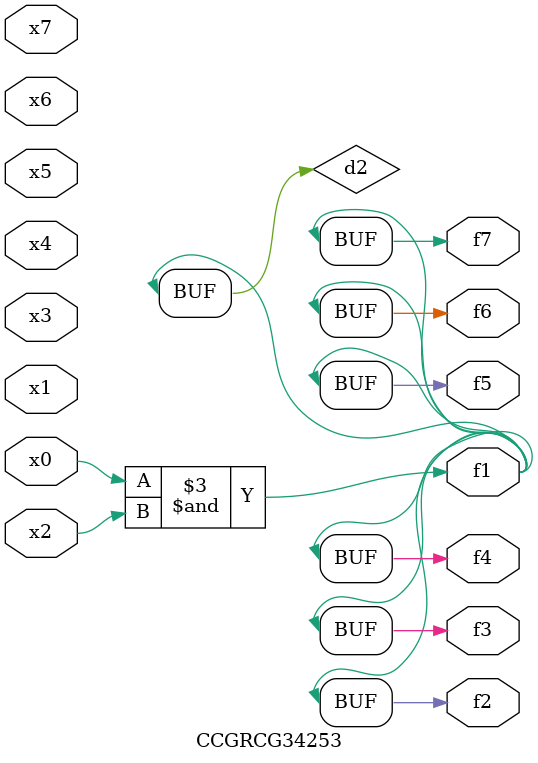
<source format=v>
module CCGRCG34253(
	input x0, x1, x2, x3, x4, x5, x6, x7,
	output f1, f2, f3, f4, f5, f6, f7
);

	wire d1, d2;

	nor (d1, x3, x6);
	and (d2, x0, x2);
	assign f1 = d2;
	assign f2 = d2;
	assign f3 = d2;
	assign f4 = d2;
	assign f5 = d2;
	assign f6 = d2;
	assign f7 = d2;
endmodule

</source>
